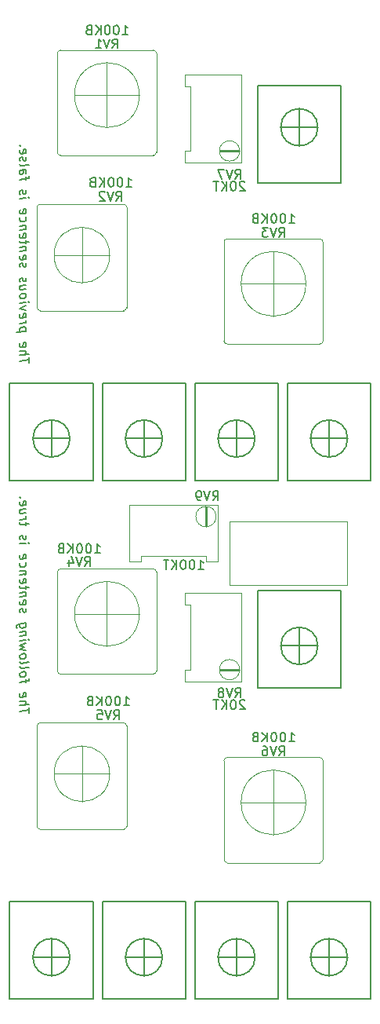
<source format=gbr>
G04 #@! TF.GenerationSoftware,KiCad,Pcbnew,(5.1.10)-1*
G04 #@! TF.CreationDate,2021-12-11T11:34:55-08:00*
G04 #@! TF.ProjectId,paradox,70617261-646f-4782-9e6b-696361645f70,rev?*
G04 #@! TF.SameCoordinates,Original*
G04 #@! TF.FileFunction,Legend,Bot*
G04 #@! TF.FilePolarity,Positive*
%FSLAX46Y46*%
G04 Gerber Fmt 4.6, Leading zero omitted, Abs format (unit mm)*
G04 Created by KiCad (PCBNEW (5.1.10)-1) date 2021-12-11 11:34:55*
%MOMM*%
%LPD*%
G01*
G04 APERTURE LIST*
%ADD10C,0.180000*%
%ADD11C,0.120000*%
%ADD12C,0.250000*%
%ADD13C,0.150000*%
G04 APERTURE END LIST*
D10*
X-36409380Y32861482D02*
X-36409380Y33432910D01*
X-37409380Y33022196D02*
X-36409380Y33147196D01*
X-37409380Y33641244D02*
X-36409380Y33766244D01*
X-37409380Y34069815D02*
X-36885571Y34135291D01*
X-36790333Y34099577D01*
X-36742714Y34010291D01*
X-36742714Y33867434D01*
X-36790333Y33766244D01*
X-36837952Y33712672D01*
X-37361761Y34932910D02*
X-37409380Y34831720D01*
X-37409380Y34641244D01*
X-37361761Y34551958D01*
X-37266523Y34516244D01*
X-36885571Y34563863D01*
X-36790333Y34623386D01*
X-36742714Y34724577D01*
X-36742714Y34915053D01*
X-36790333Y35004339D01*
X-36885571Y35040053D01*
X-36980809Y35028148D01*
X-37076047Y34540053D01*
X-36742714Y36105529D02*
X-36742714Y36486482D01*
X-37409380Y36165053D02*
X-36552238Y36272196D01*
X-36457000Y36331720D01*
X-36409380Y36432910D01*
X-36409380Y36528148D01*
X-37409380Y36879339D02*
X-37361761Y36790053D01*
X-37314142Y36748386D01*
X-37218904Y36712672D01*
X-36933190Y36748386D01*
X-36837952Y36807910D01*
X-36790333Y36861482D01*
X-36742714Y36962672D01*
X-36742714Y37105529D01*
X-36790333Y37194815D01*
X-36837952Y37236482D01*
X-36933190Y37272196D01*
X-37218904Y37236482D01*
X-37314142Y37176958D01*
X-37361761Y37123386D01*
X-37409380Y37022196D01*
X-37409380Y36879339D01*
X-37409380Y37784101D02*
X-37361761Y37694815D01*
X-37266523Y37659101D01*
X-36409380Y37766244D01*
X-37409380Y38307910D02*
X-37361761Y38218624D01*
X-37266523Y38182910D01*
X-36409380Y38290053D01*
X-37409380Y38831720D02*
X-37361761Y38742434D01*
X-37314142Y38700767D01*
X-37218904Y38665053D01*
X-36933190Y38700767D01*
X-36837952Y38760291D01*
X-36790333Y38813863D01*
X-36742714Y38915053D01*
X-36742714Y39057910D01*
X-36790333Y39147196D01*
X-36837952Y39188863D01*
X-36933190Y39224577D01*
X-37218904Y39188863D01*
X-37314142Y39129339D01*
X-37361761Y39075767D01*
X-37409380Y38974577D01*
X-37409380Y38831720D01*
X-36742714Y39581720D02*
X-37409380Y39688863D01*
X-36933190Y39938863D01*
X-37409380Y40069815D01*
X-36742714Y40343624D01*
X-37409380Y40641244D02*
X-36742714Y40724577D01*
X-36409380Y40766244D02*
X-36457000Y40712672D01*
X-36504619Y40754339D01*
X-36457000Y40807910D01*
X-36409380Y40766244D01*
X-36504619Y40754339D01*
X-36742714Y41200767D02*
X-37409380Y41117434D01*
X-36837952Y41188863D02*
X-36790333Y41242434D01*
X-36742714Y41343624D01*
X-36742714Y41486482D01*
X-36790333Y41575767D01*
X-36885571Y41611482D01*
X-37409380Y41546005D01*
X-36742714Y42534101D02*
X-37552238Y42432910D01*
X-37647476Y42373386D01*
X-37695095Y42319815D01*
X-37742714Y42218624D01*
X-37742714Y42075767D01*
X-37695095Y41986482D01*
X-37361761Y42456720D02*
X-37409380Y42355529D01*
X-37409380Y42165053D01*
X-37361761Y42075767D01*
X-37314142Y42034101D01*
X-37218904Y41998386D01*
X-36933190Y42034101D01*
X-36837952Y42093624D01*
X-36790333Y42147196D01*
X-36742714Y42248386D01*
X-36742714Y42438863D01*
X-36790333Y42528148D01*
X-37361761Y43647196D02*
X-37409380Y43736482D01*
X-37409380Y43926958D01*
X-37361761Y44028148D01*
X-37266523Y44087672D01*
X-37218904Y44093624D01*
X-37123666Y44057910D01*
X-37076047Y43968624D01*
X-37076047Y43825767D01*
X-37028428Y43736482D01*
X-36933190Y43700767D01*
X-36885571Y43706720D01*
X-36790333Y43766244D01*
X-36742714Y43867434D01*
X-36742714Y44010291D01*
X-36790333Y44099577D01*
X-37361761Y44885291D02*
X-37409380Y44784101D01*
X-37409380Y44593624D01*
X-37361761Y44504339D01*
X-37266523Y44468624D01*
X-36885571Y44516244D01*
X-36790333Y44575767D01*
X-36742714Y44676958D01*
X-36742714Y44867434D01*
X-36790333Y44956720D01*
X-36885571Y44992434D01*
X-36980809Y44980529D01*
X-37076047Y44492434D01*
X-36742714Y45438863D02*
X-37409380Y45355529D01*
X-36837952Y45426958D02*
X-36790333Y45480529D01*
X-36742714Y45581720D01*
X-36742714Y45724577D01*
X-36790333Y45813863D01*
X-36885571Y45849577D01*
X-37409380Y45784101D01*
X-36742714Y46200767D02*
X-36742714Y46581720D01*
X-36409380Y46385291D02*
X-37266523Y46278148D01*
X-37361761Y46313863D01*
X-37409380Y46403148D01*
X-37409380Y46498386D01*
X-37361761Y47218624D02*
X-37409380Y47117434D01*
X-37409380Y46926958D01*
X-37361761Y46837672D01*
X-37266523Y46801958D01*
X-36885571Y46849577D01*
X-36790333Y46909101D01*
X-36742714Y47010291D01*
X-36742714Y47200767D01*
X-36790333Y47290053D01*
X-36885571Y47325767D01*
X-36980809Y47313863D01*
X-37076047Y46825767D01*
X-36742714Y47772196D02*
X-37409380Y47688863D01*
X-36837952Y47760291D02*
X-36790333Y47813863D01*
X-36742714Y47915053D01*
X-36742714Y48057910D01*
X-36790333Y48147196D01*
X-36885571Y48182910D01*
X-37409380Y48117434D01*
X-37361761Y49028148D02*
X-37409380Y48926958D01*
X-37409380Y48736482D01*
X-37361761Y48647196D01*
X-37314142Y48605529D01*
X-37218904Y48569815D01*
X-36933190Y48605529D01*
X-36837952Y48665053D01*
X-36790333Y48718624D01*
X-36742714Y48819815D01*
X-36742714Y49010291D01*
X-36790333Y49099577D01*
X-37361761Y49837672D02*
X-37409380Y49736482D01*
X-37409380Y49546005D01*
X-37361761Y49456720D01*
X-37266523Y49421005D01*
X-36885571Y49468624D01*
X-36790333Y49528148D01*
X-36742714Y49629339D01*
X-36742714Y49819815D01*
X-36790333Y49909101D01*
X-36885571Y49944815D01*
X-36980809Y49932910D01*
X-37076047Y49444815D01*
X-37409380Y51069815D02*
X-36742714Y51153148D01*
X-36409380Y51194815D02*
X-36457000Y51141244D01*
X-36504619Y51182910D01*
X-36457000Y51236482D01*
X-36409380Y51194815D01*
X-36504619Y51182910D01*
X-37361761Y51504339D02*
X-37409380Y51593624D01*
X-37409380Y51784101D01*
X-37361761Y51885291D01*
X-37266523Y51944815D01*
X-37218904Y51950767D01*
X-37123666Y51915053D01*
X-37076047Y51825767D01*
X-37076047Y51682910D01*
X-37028428Y51593624D01*
X-36933190Y51557910D01*
X-36885571Y51563863D01*
X-36790333Y51623386D01*
X-36742714Y51724577D01*
X-36742714Y51867434D01*
X-36790333Y51956720D01*
X-36742714Y53057910D02*
X-36742714Y53438863D01*
X-36409380Y53242434D02*
X-37266523Y53135291D01*
X-37361761Y53171005D01*
X-37409380Y53260291D01*
X-37409380Y53355529D01*
X-37409380Y53688863D02*
X-36742714Y53772196D01*
X-36933190Y53748386D02*
X-36837952Y53807910D01*
X-36790333Y53861482D01*
X-36742714Y53962672D01*
X-36742714Y54057910D01*
X-36742714Y54819815D02*
X-37409380Y54736482D01*
X-36742714Y54391244D02*
X-37266523Y54325767D01*
X-37361761Y54361482D01*
X-37409380Y54450767D01*
X-37409380Y54593624D01*
X-37361761Y54694815D01*
X-37314142Y54748386D01*
X-37361761Y55599577D02*
X-37409380Y55498386D01*
X-37409380Y55307910D01*
X-37361761Y55218624D01*
X-37266523Y55182910D01*
X-36885571Y55230529D01*
X-36790333Y55290053D01*
X-36742714Y55391244D01*
X-36742714Y55581720D01*
X-36790333Y55671005D01*
X-36885571Y55706720D01*
X-36980809Y55694815D01*
X-37076047Y55206720D01*
X-37314142Y56081720D02*
X-37361761Y56123386D01*
X-37409380Y56069815D01*
X-37361761Y56028148D01*
X-37314142Y56081720D01*
X-37409380Y56069815D01*
X-36409380Y70612244D02*
X-36409380Y71183672D01*
X-37409380Y70772958D02*
X-36409380Y70897958D01*
X-37409380Y71392005D02*
X-36409380Y71517005D01*
X-37409380Y71820577D02*
X-36885571Y71886053D01*
X-36790333Y71850339D01*
X-36742714Y71761053D01*
X-36742714Y71618196D01*
X-36790333Y71517005D01*
X-36837952Y71463434D01*
X-37361761Y72683672D02*
X-37409380Y72582482D01*
X-37409380Y72392005D01*
X-37361761Y72302720D01*
X-37266523Y72267005D01*
X-36885571Y72314625D01*
X-36790333Y72374148D01*
X-36742714Y72475339D01*
X-36742714Y72665815D01*
X-36790333Y72755101D01*
X-36885571Y72790815D01*
X-36980809Y72778910D01*
X-37076047Y72290815D01*
X-36742714Y73999148D02*
X-37742714Y73874148D01*
X-36790333Y73993196D02*
X-36742714Y74094386D01*
X-36742714Y74284863D01*
X-36790333Y74374148D01*
X-36837952Y74415815D01*
X-36933190Y74451529D01*
X-37218904Y74415815D01*
X-37314142Y74356291D01*
X-37361761Y74302720D01*
X-37409380Y74201529D01*
X-37409380Y74011053D01*
X-37361761Y73921767D01*
X-37409380Y74820577D02*
X-36742714Y74903910D01*
X-36933190Y74880101D02*
X-36837952Y74939625D01*
X-36790333Y74993196D01*
X-36742714Y75094386D01*
X-36742714Y75189625D01*
X-37361761Y75826529D02*
X-37409380Y75725339D01*
X-37409380Y75534863D01*
X-37361761Y75445577D01*
X-37266523Y75409863D01*
X-36885571Y75457482D01*
X-36790333Y75517005D01*
X-36742714Y75618196D01*
X-36742714Y75808672D01*
X-36790333Y75897958D01*
X-36885571Y75933672D01*
X-36980809Y75921767D01*
X-37076047Y75433672D01*
X-36742714Y76284863D02*
X-37409380Y76439625D01*
X-36742714Y76761053D01*
X-37409380Y77058672D02*
X-36742714Y77142005D01*
X-36409380Y77183672D02*
X-36457000Y77130101D01*
X-36504619Y77171767D01*
X-36457000Y77225339D01*
X-36409380Y77183672D01*
X-36504619Y77171767D01*
X-37409380Y77677720D02*
X-37361761Y77588434D01*
X-37314142Y77546767D01*
X-37218904Y77511053D01*
X-36933190Y77546767D01*
X-36837952Y77606291D01*
X-36790333Y77659863D01*
X-36742714Y77761053D01*
X-36742714Y77903910D01*
X-36790333Y77993196D01*
X-36837952Y78034863D01*
X-36933190Y78070577D01*
X-37218904Y78034863D01*
X-37314142Y77975339D01*
X-37361761Y77921767D01*
X-37409380Y77820577D01*
X-37409380Y77677720D01*
X-36742714Y78951529D02*
X-37409380Y78868196D01*
X-36742714Y78522958D02*
X-37266523Y78457482D01*
X-37361761Y78493196D01*
X-37409380Y78582482D01*
X-37409380Y78725339D01*
X-37361761Y78826529D01*
X-37314142Y78880101D01*
X-37361761Y79302720D02*
X-37409380Y79392005D01*
X-37409380Y79582482D01*
X-37361761Y79683672D01*
X-37266523Y79743196D01*
X-37218904Y79749148D01*
X-37123666Y79713434D01*
X-37076047Y79624148D01*
X-37076047Y79481291D01*
X-37028428Y79392005D01*
X-36933190Y79356291D01*
X-36885571Y79362244D01*
X-36790333Y79421767D01*
X-36742714Y79522958D01*
X-36742714Y79665815D01*
X-36790333Y79755101D01*
X-37361761Y80874148D02*
X-37409380Y80963434D01*
X-37409380Y81153910D01*
X-37361761Y81255101D01*
X-37266523Y81314625D01*
X-37218904Y81320577D01*
X-37123666Y81284863D01*
X-37076047Y81195577D01*
X-37076047Y81052720D01*
X-37028428Y80963434D01*
X-36933190Y80927720D01*
X-36885571Y80933672D01*
X-36790333Y80993196D01*
X-36742714Y81094386D01*
X-36742714Y81237244D01*
X-36790333Y81326529D01*
X-37361761Y82112244D02*
X-37409380Y82011053D01*
X-37409380Y81820577D01*
X-37361761Y81731291D01*
X-37266523Y81695577D01*
X-36885571Y81743196D01*
X-36790333Y81802720D01*
X-36742714Y81903910D01*
X-36742714Y82094386D01*
X-36790333Y82183672D01*
X-36885571Y82219386D01*
X-36980809Y82207482D01*
X-37076047Y81719386D01*
X-36742714Y82665815D02*
X-37409380Y82582482D01*
X-36837952Y82653910D02*
X-36790333Y82707482D01*
X-36742714Y82808672D01*
X-36742714Y82951529D01*
X-36790333Y83040815D01*
X-36885571Y83076529D01*
X-37409380Y83011053D01*
X-36742714Y83427720D02*
X-36742714Y83808672D01*
X-36409380Y83612244D02*
X-37266523Y83505101D01*
X-37361761Y83540815D01*
X-37409380Y83630101D01*
X-37409380Y83725339D01*
X-37361761Y84445577D02*
X-37409380Y84344386D01*
X-37409380Y84153910D01*
X-37361761Y84064625D01*
X-37266523Y84028910D01*
X-36885571Y84076529D01*
X-36790333Y84136053D01*
X-36742714Y84237244D01*
X-36742714Y84427720D01*
X-36790333Y84517005D01*
X-36885571Y84552720D01*
X-36980809Y84540815D01*
X-37076047Y84052720D01*
X-36742714Y84999148D02*
X-37409380Y84915815D01*
X-36837952Y84987244D02*
X-36790333Y85040815D01*
X-36742714Y85142005D01*
X-36742714Y85284863D01*
X-36790333Y85374148D01*
X-36885571Y85409863D01*
X-37409380Y85344386D01*
X-37361761Y86255101D02*
X-37409380Y86153910D01*
X-37409380Y85963434D01*
X-37361761Y85874148D01*
X-37314142Y85832482D01*
X-37218904Y85796767D01*
X-36933190Y85832482D01*
X-36837952Y85892005D01*
X-36790333Y85945577D01*
X-36742714Y86046767D01*
X-36742714Y86237244D01*
X-36790333Y86326529D01*
X-37361761Y87064625D02*
X-37409380Y86963434D01*
X-37409380Y86772958D01*
X-37361761Y86683672D01*
X-37266523Y86647958D01*
X-36885571Y86695577D01*
X-36790333Y86755101D01*
X-36742714Y86856291D01*
X-36742714Y87046767D01*
X-36790333Y87136053D01*
X-36885571Y87171767D01*
X-36980809Y87159863D01*
X-37076047Y86671767D01*
X-37409380Y88296767D02*
X-36742714Y88380101D01*
X-36409380Y88421767D02*
X-36457000Y88368196D01*
X-36504619Y88409863D01*
X-36457000Y88463434D01*
X-36409380Y88421767D01*
X-36504619Y88409863D01*
X-37361761Y88731291D02*
X-37409380Y88820577D01*
X-37409380Y89011053D01*
X-37361761Y89112244D01*
X-37266523Y89171767D01*
X-37218904Y89177720D01*
X-37123666Y89142005D01*
X-37076047Y89052720D01*
X-37076047Y88909863D01*
X-37028428Y88820577D01*
X-36933190Y88784863D01*
X-36885571Y88790815D01*
X-36790333Y88850339D01*
X-36742714Y88951529D01*
X-36742714Y89094386D01*
X-36790333Y89183672D01*
X-36742714Y90284863D02*
X-36742714Y90665815D01*
X-37409380Y90344386D02*
X-36552238Y90451529D01*
X-36457000Y90511053D01*
X-36409380Y90612244D01*
X-36409380Y90707482D01*
X-37409380Y91344386D02*
X-36885571Y91409863D01*
X-36790333Y91374148D01*
X-36742714Y91284863D01*
X-36742714Y91094386D01*
X-36790333Y90993196D01*
X-37361761Y91350339D02*
X-37409380Y91249148D01*
X-37409380Y91011053D01*
X-37361761Y90921767D01*
X-37266523Y90886053D01*
X-37171285Y90897958D01*
X-37076047Y90957482D01*
X-37028428Y91058672D01*
X-37028428Y91296767D01*
X-36980809Y91397958D01*
X-37409380Y91963434D02*
X-37361761Y91874148D01*
X-37266523Y91838434D01*
X-36409380Y91945577D01*
X-37361761Y92302720D02*
X-37409380Y92392005D01*
X-37409380Y92582482D01*
X-37361761Y92683672D01*
X-37266523Y92743196D01*
X-37218904Y92749148D01*
X-37123666Y92713434D01*
X-37076047Y92624148D01*
X-37076047Y92481291D01*
X-37028428Y92392005D01*
X-36933190Y92356291D01*
X-36885571Y92362244D01*
X-36790333Y92421767D01*
X-36742714Y92522958D01*
X-36742714Y92665815D01*
X-36790333Y92755101D01*
X-37361761Y93540815D02*
X-37409380Y93439625D01*
X-37409380Y93249148D01*
X-37361761Y93159863D01*
X-37266523Y93124148D01*
X-36885571Y93171767D01*
X-36790333Y93231291D01*
X-36742714Y93332482D01*
X-36742714Y93522958D01*
X-36790333Y93612244D01*
X-36885571Y93647958D01*
X-36980809Y93636053D01*
X-37076047Y93147958D01*
X-37314142Y94022958D02*
X-37361761Y94064625D01*
X-37409380Y94011053D01*
X-37361761Y93969386D01*
X-37314142Y94022958D01*
X-37409380Y94011053D01*
D11*
G04 #@! TO.C,RV9*
X-16029001Y55275000D02*
X-25559001Y55275000D01*
X-16029001Y55275000D02*
X-16029001Y49175000D01*
X-16204001Y54005000D02*
G75*
G03*
X-16204001Y54005000I-1095000J0D01*
G01*
X-25559001Y55275000D02*
X-25559001Y49175000D01*
D12*
X-17299001Y55005000D02*
X-17299001Y53005000D01*
D11*
X-24299001Y49755000D02*
X-17289001Y49755000D01*
X-24299001Y49755000D02*
X-24299001Y49175000D01*
X-17289001Y49755000D02*
X-17289001Y49175000D01*
X-25559001Y49175000D02*
X-24299001Y49175000D01*
X-17289001Y49175000D02*
X-16029001Y49175000D01*
G04 #@! TO.C,RV8*
X-19580000Y37490000D02*
X-19580000Y36230000D01*
X-19580000Y45760000D02*
X-19580000Y44500000D01*
X-19000000Y37490000D02*
X-19580000Y37490000D01*
X-19000000Y44500000D02*
X-19580000Y44500000D01*
X-19000000Y44500000D02*
X-19000000Y37490000D01*
D12*
X-13750000Y37500000D02*
X-15750000Y37500000D01*
D11*
X-13480000Y45760000D02*
X-19580000Y45760000D01*
X-13655000Y37500000D02*
G75*
G03*
X-13655000Y37500000I-1095000J0D01*
G01*
X-13480000Y36230000D02*
X-19580000Y36230000D01*
X-13480000Y36230000D02*
X-13480000Y45760000D01*
G04 #@! TO.C,RV7*
X-19580000Y93409000D02*
X-19580000Y92149000D01*
X-19580000Y101679000D02*
X-19580000Y100419000D01*
X-19000000Y93409000D02*
X-19580000Y93409000D01*
X-19000000Y100419000D02*
X-19580000Y100419000D01*
X-19000000Y100419000D02*
X-19000000Y93409000D01*
D12*
X-13750000Y93419000D02*
X-15750000Y93419000D01*
D11*
X-13480000Y101679000D02*
X-19580000Y101679000D01*
X-13655000Y93419000D02*
G75*
G03*
X-13655000Y93419000I-1095000J0D01*
G01*
X-13480000Y92149000D02*
X-19580000Y92149000D01*
X-13480000Y92149000D02*
X-13480000Y101679000D01*
G04 #@! TO.C,RV2*
X-33705000Y82199000D02*
X-27705000Y82199000D01*
X-30705000Y85199000D02*
X-30705000Y79199000D01*
X-27705000Y82199000D02*
G75*
G03*
X-27705000Y82199000I-3000000J0D01*
G01*
X-35205000Y76199000D02*
X-26205000Y76199000D01*
X-26205000Y87699000D02*
X-35205000Y87699000D01*
X-35555000Y87349000D02*
X-35555000Y76549000D01*
X-25855000Y76549000D02*
X-25855000Y87349000D01*
X-35555000Y76549000D02*
G75*
G03*
X-35205000Y76199000I350000J0D01*
G01*
X-26205000Y76199000D02*
G75*
G03*
X-25855000Y76549000I0J350000D01*
G01*
X-25855000Y87349000D02*
G75*
G03*
X-26205000Y87699000I-350000J0D01*
G01*
X-35205000Y87699000D02*
G75*
G03*
X-35555000Y87349000I0J-350000D01*
G01*
G04 #@! TO.C,RV5*
X-33705000Y26280000D02*
X-27705000Y26280000D01*
X-30705000Y29280000D02*
X-30705000Y23280000D01*
X-27705000Y26280000D02*
G75*
G03*
X-27705000Y26280000I-3000000J0D01*
G01*
X-35205000Y20280000D02*
X-26205000Y20280000D01*
X-26205000Y31780000D02*
X-35205000Y31780000D01*
X-35555000Y31430000D02*
X-35555000Y20630000D01*
X-25855000Y20630000D02*
X-25855000Y31430000D01*
X-35555000Y20630000D02*
G75*
G03*
X-35205000Y20280000I350000J0D01*
G01*
X-26205000Y20280000D02*
G75*
G03*
X-25855000Y20630000I0J350000D01*
G01*
X-25855000Y31430000D02*
G75*
G03*
X-26205000Y31780000I-350000J0D01*
G01*
X-35205000Y31780000D02*
G75*
G03*
X-35555000Y31430000I0J-350000D01*
G01*
D13*
G04 #@! TO.C,J8*
X-36000000Y6500001D02*
X-32000000Y6500001D01*
X-34000000Y4500001D02*
X-34000000Y8500001D01*
X-32000000Y6500001D02*
G75*
G03*
X-32000000Y6500001I-2000000J0D01*
G01*
X-38500000Y12500001D02*
X-38500000Y2000001D01*
X-38500000Y2000001D02*
X-29500000Y2000001D01*
X-29500000Y2000001D02*
X-29500000Y12500001D01*
X-38500000Y12500001D02*
X-29500000Y12500001D01*
G04 #@! TO.C,J5*
X-6000000Y6500000D02*
X-2000000Y6500000D01*
X-4000000Y4500000D02*
X-4000000Y8500000D01*
X-2000000Y6500000D02*
G75*
G03*
X-2000000Y6500000I-2000000J0D01*
G01*
X-8500000Y12500000D02*
X-8500000Y2000000D01*
X-8500000Y2000000D02*
X500000Y2000000D01*
X500000Y2000000D02*
X500000Y12500000D01*
X-8500000Y12500000D02*
X500000Y12500000D01*
G04 #@! TO.C,J4*
X-9214000Y40064000D02*
X-5214000Y40064000D01*
X-7214000Y38064000D02*
X-7214000Y42064000D01*
X-5214000Y40064000D02*
G75*
G03*
X-5214000Y40064000I-2000000J0D01*
G01*
X-11714000Y46064000D02*
X-11714000Y35564000D01*
X-11714000Y35564000D02*
X-2714000Y35564000D01*
X-2714000Y35564000D02*
X-2714000Y46064000D01*
X-11714000Y46064000D02*
X-2714000Y46064000D01*
G04 #@! TO.C,J3*
X-16000000Y62419000D02*
X-12000000Y62419000D01*
X-14000000Y60419000D02*
X-14000000Y64419000D01*
X-12000000Y62419000D02*
G75*
G03*
X-12000000Y62419000I-2000000J0D01*
G01*
X-18500000Y68419000D02*
X-18500000Y57919000D01*
X-18500000Y57919000D02*
X-9500000Y57919000D01*
X-9500000Y57919000D02*
X-9500000Y68419000D01*
X-18500000Y68419000D02*
X-9500000Y68419000D01*
G04 #@! TO.C,J2*
X-6000000Y62419000D02*
X-2000000Y62419000D01*
X-4000000Y60419000D02*
X-4000000Y64419000D01*
X-2000000Y62419000D02*
G75*
G03*
X-2000000Y62419000I-2000000J0D01*
G01*
X-8500000Y68419000D02*
X-8500000Y57919000D01*
X-8500000Y57919000D02*
X500000Y57919000D01*
X500000Y57919000D02*
X500000Y68419000D01*
X-8500000Y68419000D02*
X500000Y68419000D01*
G04 #@! TO.C,J1*
X-5214000Y95983000D02*
X-9214000Y95983000D01*
X-7214000Y97983000D02*
X-7214000Y93983000D01*
X-5214000Y95983000D02*
G75*
G03*
X-5214000Y95983000I-2000000J0D01*
G01*
X-2714000Y89983000D02*
X-2714000Y100483000D01*
X-2714000Y100483000D02*
X-11714000Y100483000D01*
X-11714000Y100483000D02*
X-11714000Y89983000D01*
X-2714000Y89983000D02*
X-11714000Y89983000D01*
G04 #@! TO.C,J11*
X-36000000Y62419000D02*
X-32000000Y62419000D01*
X-34000000Y60419000D02*
X-34000000Y64419000D01*
X-32000000Y62419000D02*
G75*
G03*
X-32000000Y62419000I-2000000J0D01*
G01*
X-38500000Y68419000D02*
X-38500000Y57919000D01*
X-38500000Y57919000D02*
X-29500000Y57919000D01*
X-29500000Y57919000D02*
X-29500000Y68419000D01*
X-38500000Y68419000D02*
X-29500000Y68419000D01*
G04 #@! TO.C,J10*
X-16000000Y6500000D02*
X-12000000Y6500000D01*
X-14000000Y4500000D02*
X-14000000Y8500000D01*
X-12000000Y6500000D02*
G75*
G03*
X-12000000Y6500000I-2000000J0D01*
G01*
X-18500000Y12500000D02*
X-18500000Y2000000D01*
X-18500000Y2000000D02*
X-9500000Y2000000D01*
X-9500000Y2000000D02*
X-9500000Y12500000D01*
X-18500000Y12500000D02*
X-9500000Y12500000D01*
G04 #@! TO.C,J9*
X-26000000Y6500000D02*
X-22000000Y6500000D01*
X-24000000Y4500000D02*
X-24000000Y8500000D01*
X-22000000Y6500000D02*
G75*
G03*
X-22000000Y6500000I-2000000J0D01*
G01*
X-28500000Y12500000D02*
X-28500000Y2000000D01*
X-28500000Y2000000D02*
X-19500000Y2000000D01*
X-19500000Y2000000D02*
X-19500000Y12500000D01*
X-28500000Y12500000D02*
X-19500000Y12500000D01*
G04 #@! TO.C,J7*
X-26000000Y62419000D02*
X-22000000Y62419000D01*
X-24000000Y60419000D02*
X-24000000Y64419000D01*
X-22000000Y62419000D02*
G75*
G03*
X-22000000Y62419000I-2000000J0D01*
G01*
X-28500000Y68419000D02*
X-28500000Y57919000D01*
X-28500000Y57919000D02*
X-19500000Y57919000D01*
X-19500000Y57919000D02*
X-19500000Y68419000D01*
X-28500000Y68419000D02*
X-19500000Y68419000D01*
D11*
G04 #@! TO.C,SW1*
X-14749000Y46589000D02*
X-14749000Y53449000D01*
X-2049000Y46589000D02*
X-2049000Y53449000D01*
X-2049000Y53449000D02*
X-14749000Y53449000D01*
X-14749000Y46589000D02*
X-2049000Y46589000D01*
G04 #@! TO.C,RV6*
X-4650000Y27691000D02*
X-4650000Y17041000D01*
X-15350000Y27691000D02*
X-15346482Y16991503D01*
X-5000000Y16691000D02*
X-15000000Y16691000D01*
X-5000000Y28041000D02*
X-15000000Y28041000D01*
X-6500000Y23191000D02*
X-13500000Y23191000D01*
X-10000000Y26691000D02*
X-10000000Y19691000D01*
X-6500000Y23191000D02*
G75*
G03*
X-6500000Y23191000I-3500000J0D01*
G01*
X-15346482Y16991503D02*
G75*
G03*
X-15000000Y16691000I346482J49497D01*
G01*
X-5000000Y16691000D02*
G75*
G03*
X-4650000Y17041000I0J350000D01*
G01*
X-4650000Y27691000D02*
G75*
G03*
X-5000000Y28041000I-350000J0D01*
G01*
X-15000000Y28041000D02*
G75*
G03*
X-15350000Y27691000I0J-350000D01*
G01*
G04 #@! TO.C,RV4*
X-22650000Y48028000D02*
X-22650000Y37378000D01*
X-33350000Y48028000D02*
X-33346482Y37328503D01*
X-23000000Y37028000D02*
X-33000000Y37028000D01*
X-23000000Y48378000D02*
X-33000000Y48378000D01*
X-24500000Y43528000D02*
X-31500000Y43528000D01*
X-28000000Y47028000D02*
X-28000000Y40028000D01*
X-24500000Y43528000D02*
G75*
G03*
X-24500000Y43528000I-3500000J0D01*
G01*
X-33346482Y37328503D02*
G75*
G03*
X-33000000Y37028000I346482J49497D01*
G01*
X-23000000Y37028000D02*
G75*
G03*
X-22650000Y37378000I0J350000D01*
G01*
X-22650000Y48028000D02*
G75*
G03*
X-23000000Y48378000I-350000J0D01*
G01*
X-33000000Y48378000D02*
G75*
G03*
X-33350000Y48028000I0J-350000D01*
G01*
G04 #@! TO.C,RV3*
X-4650000Y83609000D02*
X-4650000Y72959000D01*
X-15350000Y83609000D02*
X-15346482Y72909503D01*
X-5000000Y72609000D02*
X-15000000Y72609000D01*
X-5000000Y83959000D02*
X-15000000Y83959000D01*
X-6500000Y79109000D02*
X-13500000Y79109000D01*
X-10000000Y82609000D02*
X-10000000Y75609000D01*
X-6500000Y79109000D02*
G75*
G03*
X-6500000Y79109000I-3500000J0D01*
G01*
X-15346482Y72909503D02*
G75*
G03*
X-15000000Y72609000I346482J49497D01*
G01*
X-5000000Y72609000D02*
G75*
G03*
X-4650000Y72959000I0J350000D01*
G01*
X-4650000Y83609000D02*
G75*
G03*
X-5000000Y83959000I-350000J0D01*
G01*
X-15000000Y83959000D02*
G75*
G03*
X-15350000Y83609000I0J-350000D01*
G01*
G04 #@! TO.C,RV1*
X-22650000Y103947000D02*
X-22650000Y93297000D01*
X-33350000Y103947000D02*
X-33346482Y93247503D01*
X-23000000Y92947000D02*
X-33000000Y92947000D01*
X-23000000Y104297000D02*
X-33000000Y104297000D01*
X-24500000Y99447000D02*
X-31500000Y99447000D01*
X-28000000Y102947000D02*
X-28000000Y95947000D01*
X-24500000Y99447000D02*
G75*
G03*
X-24500000Y99447000I-3500000J0D01*
G01*
X-33346482Y93247503D02*
G75*
G03*
X-33000000Y92947000I346482J49497D01*
G01*
X-23000000Y92947000D02*
G75*
G03*
X-22650000Y93297000I0J350000D01*
G01*
X-22650000Y103947000D02*
G75*
G03*
X-23000000Y104297000I-350000J0D01*
G01*
X-33000000Y104297000D02*
G75*
G03*
X-33350000Y103947000I0J-350000D01*
G01*
G04 #@! TO.C,RV9*
D13*
X-16549761Y55745119D02*
X-16216428Y56221309D01*
X-15978333Y55745119D02*
X-15978333Y56745119D01*
X-16359285Y56745119D01*
X-16454523Y56697500D01*
X-16502142Y56649880D01*
X-16549761Y56554642D01*
X-16549761Y56411785D01*
X-16502142Y56316547D01*
X-16454523Y56268928D01*
X-16359285Y56221309D01*
X-15978333Y56221309D01*
X-16835476Y56745119D02*
X-17168809Y55745119D01*
X-17502142Y56745119D01*
X-17883095Y55745119D02*
X-18073571Y55745119D01*
X-18168809Y55792738D01*
X-18216428Y55840357D01*
X-18311666Y55983214D01*
X-18359285Y56173690D01*
X-18359285Y56554642D01*
X-18311666Y56649880D01*
X-18264047Y56697500D01*
X-18168809Y56745119D01*
X-17978333Y56745119D01*
X-17883095Y56697500D01*
X-17835476Y56649880D01*
X-17787857Y56554642D01*
X-17787857Y56316547D01*
X-17835476Y56221309D01*
X-17883095Y56173690D01*
X-17978333Y56126071D01*
X-18168809Y56126071D01*
X-18264047Y56173690D01*
X-18311666Y56221309D01*
X-18359285Y56316547D01*
X-18137380Y48315619D02*
X-17565952Y48315619D01*
X-17851666Y48315619D02*
X-17851666Y49315619D01*
X-17756428Y49172761D01*
X-17661190Y49077523D01*
X-17565952Y49029904D01*
X-18756428Y49315619D02*
X-18851666Y49315619D01*
X-18946904Y49268000D01*
X-18994523Y49220380D01*
X-19042142Y49125142D01*
X-19089761Y48934666D01*
X-19089761Y48696571D01*
X-19042142Y48506095D01*
X-18994523Y48410857D01*
X-18946904Y48363238D01*
X-18851666Y48315619D01*
X-18756428Y48315619D01*
X-18661190Y48363238D01*
X-18613571Y48410857D01*
X-18565952Y48506095D01*
X-18518333Y48696571D01*
X-18518333Y48934666D01*
X-18565952Y49125142D01*
X-18613571Y49220380D01*
X-18661190Y49268000D01*
X-18756428Y49315619D01*
X-19708809Y49315619D02*
X-19804047Y49315619D01*
X-19899285Y49268000D01*
X-19946904Y49220380D01*
X-19994523Y49125142D01*
X-20042142Y48934666D01*
X-20042142Y48696571D01*
X-19994523Y48506095D01*
X-19946904Y48410857D01*
X-19899285Y48363238D01*
X-19804047Y48315619D01*
X-19708809Y48315619D01*
X-19613571Y48363238D01*
X-19565952Y48410857D01*
X-19518333Y48506095D01*
X-19470714Y48696571D01*
X-19470714Y48934666D01*
X-19518333Y49125142D01*
X-19565952Y49220380D01*
X-19613571Y49268000D01*
X-19708809Y49315619D01*
X-20470714Y48315619D02*
X-20470714Y49315619D01*
X-21042142Y48315619D02*
X-20613571Y48887047D01*
X-21042142Y49315619D02*
X-20470714Y48744190D01*
X-21327857Y49315619D02*
X-21899285Y49315619D01*
X-21613571Y48315619D02*
X-21613571Y49315619D01*
G04 #@! TO.C,RV8*
X-14154761Y34507619D02*
X-13821428Y34983809D01*
X-13583333Y34507619D02*
X-13583333Y35507619D01*
X-13964285Y35507619D01*
X-14059523Y35460000D01*
X-14107142Y35412380D01*
X-14154761Y35317142D01*
X-14154761Y35174285D01*
X-14107142Y35079047D01*
X-14059523Y35031428D01*
X-13964285Y34983809D01*
X-13583333Y34983809D01*
X-14440476Y35507619D02*
X-14773809Y34507619D01*
X-15107142Y35507619D01*
X-15583333Y35079047D02*
X-15488095Y35126666D01*
X-15440476Y35174285D01*
X-15392857Y35269523D01*
X-15392857Y35317142D01*
X-15440476Y35412380D01*
X-15488095Y35460000D01*
X-15583333Y35507619D01*
X-15773809Y35507619D01*
X-15869047Y35460000D01*
X-15916666Y35412380D01*
X-15964285Y35317142D01*
X-15964285Y35269523D01*
X-15916666Y35174285D01*
X-15869047Y35126666D01*
X-15773809Y35079047D01*
X-15583333Y35079047D01*
X-15488095Y35031428D01*
X-15440476Y34983809D01*
X-15392857Y34888571D01*
X-15392857Y34698095D01*
X-15440476Y34602857D01*
X-15488095Y34555238D01*
X-15583333Y34507619D01*
X-15773809Y34507619D01*
X-15869047Y34555238D01*
X-15916666Y34602857D01*
X-15964285Y34698095D01*
X-15964285Y34888571D01*
X-15916666Y34983809D01*
X-15869047Y35031428D01*
X-15773809Y35079047D01*
X-13107142Y34142380D02*
X-13154761Y34190000D01*
X-13250000Y34237619D01*
X-13488095Y34237619D01*
X-13583333Y34190000D01*
X-13630952Y34142380D01*
X-13678571Y34047142D01*
X-13678571Y33951904D01*
X-13630952Y33809047D01*
X-13059523Y33237619D01*
X-13678571Y33237619D01*
X-14297619Y34237619D02*
X-14392857Y34237619D01*
X-14488095Y34190000D01*
X-14535714Y34142380D01*
X-14583333Y34047142D01*
X-14630952Y33856666D01*
X-14630952Y33618571D01*
X-14583333Y33428095D01*
X-14535714Y33332857D01*
X-14488095Y33285238D01*
X-14392857Y33237619D01*
X-14297619Y33237619D01*
X-14202380Y33285238D01*
X-14154761Y33332857D01*
X-14107142Y33428095D01*
X-14059523Y33618571D01*
X-14059523Y33856666D01*
X-14107142Y34047142D01*
X-14154761Y34142380D01*
X-14202380Y34190000D01*
X-14297619Y34237619D01*
X-15059523Y33237619D02*
X-15059523Y34237619D01*
X-15630952Y33237619D02*
X-15202380Y33809047D01*
X-15630952Y34237619D02*
X-15059523Y33666190D01*
X-15916666Y34237619D02*
X-16488095Y34237619D01*
X-16202380Y33237619D02*
X-16202380Y34237619D01*
G04 #@! TO.C,RV7*
X-14154761Y90426619D02*
X-13821428Y90902809D01*
X-13583333Y90426619D02*
X-13583333Y91426619D01*
X-13964285Y91426619D01*
X-14059523Y91379000D01*
X-14107142Y91331380D01*
X-14154761Y91236142D01*
X-14154761Y91093285D01*
X-14107142Y90998047D01*
X-14059523Y90950428D01*
X-13964285Y90902809D01*
X-13583333Y90902809D01*
X-14440476Y91426619D02*
X-14773809Y90426619D01*
X-15107142Y91426619D01*
X-15345238Y91426619D02*
X-16011904Y91426619D01*
X-15583333Y90426619D01*
X-13107142Y90061380D02*
X-13154761Y90109000D01*
X-13250000Y90156619D01*
X-13488095Y90156619D01*
X-13583333Y90109000D01*
X-13630952Y90061380D01*
X-13678571Y89966142D01*
X-13678571Y89870904D01*
X-13630952Y89728047D01*
X-13059523Y89156619D01*
X-13678571Y89156619D01*
X-14297619Y90156619D02*
X-14392857Y90156619D01*
X-14488095Y90109000D01*
X-14535714Y90061380D01*
X-14583333Y89966142D01*
X-14630952Y89775666D01*
X-14630952Y89537571D01*
X-14583333Y89347095D01*
X-14535714Y89251857D01*
X-14488095Y89204238D01*
X-14392857Y89156619D01*
X-14297619Y89156619D01*
X-14202380Y89204238D01*
X-14154761Y89251857D01*
X-14107142Y89347095D01*
X-14059523Y89537571D01*
X-14059523Y89775666D01*
X-14107142Y89966142D01*
X-14154761Y90061380D01*
X-14202380Y90109000D01*
X-14297619Y90156619D01*
X-15059523Y89156619D02*
X-15059523Y90156619D01*
X-15630952Y89156619D02*
X-15202380Y89728047D01*
X-15630952Y90156619D02*
X-15059523Y89585190D01*
X-15916666Y90156619D02*
X-16488095Y90156619D01*
X-16202380Y89156619D02*
X-16202380Y90156619D01*
G04 #@! TO.C,RV2*
X-26998261Y88060119D02*
X-26664928Y88536309D01*
X-26426833Y88060119D02*
X-26426833Y89060119D01*
X-26807785Y89060119D01*
X-26903023Y89012500D01*
X-26950642Y88964880D01*
X-26998261Y88869642D01*
X-26998261Y88726785D01*
X-26950642Y88631547D01*
X-26903023Y88583928D01*
X-26807785Y88536309D01*
X-26426833Y88536309D01*
X-27283976Y89060119D02*
X-27617309Y88060119D01*
X-27950642Y89060119D01*
X-28236357Y88964880D02*
X-28283976Y89012500D01*
X-28379214Y89060119D01*
X-28617309Y89060119D01*
X-28712547Y89012500D01*
X-28760166Y88964880D01*
X-28807785Y88869642D01*
X-28807785Y88774404D01*
X-28760166Y88631547D01*
X-28188738Y88060119D01*
X-28807785Y88060119D01*
X-25926833Y89560119D02*
X-25355404Y89560119D01*
X-25641119Y89560119D02*
X-25641119Y90560119D01*
X-25545880Y90417261D01*
X-25450642Y90322023D01*
X-25355404Y90274404D01*
X-26545880Y90560119D02*
X-26641119Y90560119D01*
X-26736357Y90512500D01*
X-26783976Y90464880D01*
X-26831595Y90369642D01*
X-26879214Y90179166D01*
X-26879214Y89941071D01*
X-26831595Y89750595D01*
X-26783976Y89655357D01*
X-26736357Y89607738D01*
X-26641119Y89560119D01*
X-26545880Y89560119D01*
X-26450642Y89607738D01*
X-26403023Y89655357D01*
X-26355404Y89750595D01*
X-26307785Y89941071D01*
X-26307785Y90179166D01*
X-26355404Y90369642D01*
X-26403023Y90464880D01*
X-26450642Y90512500D01*
X-26545880Y90560119D01*
X-27498261Y90560119D02*
X-27593500Y90560119D01*
X-27688738Y90512500D01*
X-27736357Y90464880D01*
X-27783976Y90369642D01*
X-27831595Y90179166D01*
X-27831595Y89941071D01*
X-27783976Y89750595D01*
X-27736357Y89655357D01*
X-27688738Y89607738D01*
X-27593500Y89560119D01*
X-27498261Y89560119D01*
X-27403023Y89607738D01*
X-27355404Y89655357D01*
X-27307785Y89750595D01*
X-27260166Y89941071D01*
X-27260166Y90179166D01*
X-27307785Y90369642D01*
X-27355404Y90464880D01*
X-27403023Y90512500D01*
X-27498261Y90560119D01*
X-28260166Y89560119D02*
X-28260166Y90560119D01*
X-28831595Y89560119D02*
X-28403023Y90131547D01*
X-28831595Y90560119D02*
X-28260166Y89988690D01*
X-29593500Y90083928D02*
X-29736357Y90036309D01*
X-29783976Y89988690D01*
X-29831595Y89893452D01*
X-29831595Y89750595D01*
X-29783976Y89655357D01*
X-29736357Y89607738D01*
X-29641119Y89560119D01*
X-29260166Y89560119D01*
X-29260166Y90560119D01*
X-29593500Y90560119D01*
X-29688738Y90512500D01*
X-29736357Y90464880D01*
X-29783976Y90369642D01*
X-29783976Y90274404D01*
X-29736357Y90179166D01*
X-29688738Y90131547D01*
X-29593500Y90083928D01*
X-29260166Y90083928D01*
G04 #@! TO.C,RV5*
X-27264961Y32128419D02*
X-26931628Y32604609D01*
X-26693533Y32128419D02*
X-26693533Y33128419D01*
X-27074485Y33128419D01*
X-27169723Y33080800D01*
X-27217342Y33033180D01*
X-27264961Y32937942D01*
X-27264961Y32795085D01*
X-27217342Y32699847D01*
X-27169723Y32652228D01*
X-27074485Y32604609D01*
X-26693533Y32604609D01*
X-27550676Y33128419D02*
X-27884009Y32128419D01*
X-28217342Y33128419D01*
X-29026866Y33128419D02*
X-28550676Y33128419D01*
X-28503057Y32652228D01*
X-28550676Y32699847D01*
X-28645914Y32747466D01*
X-28884009Y32747466D01*
X-28979247Y32699847D01*
X-29026866Y32652228D01*
X-29074485Y32556990D01*
X-29074485Y32318895D01*
X-29026866Y32223657D01*
X-28979247Y32176038D01*
X-28884009Y32128419D01*
X-28645914Y32128419D01*
X-28550676Y32176038D01*
X-28503057Y32223657D01*
X-26193533Y33628419D02*
X-25622104Y33628419D01*
X-25907819Y33628419D02*
X-25907819Y34628419D01*
X-25812580Y34485561D01*
X-25717342Y34390323D01*
X-25622104Y34342704D01*
X-26812580Y34628419D02*
X-26907819Y34628419D01*
X-27003057Y34580800D01*
X-27050676Y34533180D01*
X-27098295Y34437942D01*
X-27145914Y34247466D01*
X-27145914Y34009371D01*
X-27098295Y33818895D01*
X-27050676Y33723657D01*
X-27003057Y33676038D01*
X-26907819Y33628419D01*
X-26812580Y33628419D01*
X-26717342Y33676038D01*
X-26669723Y33723657D01*
X-26622104Y33818895D01*
X-26574485Y34009371D01*
X-26574485Y34247466D01*
X-26622104Y34437942D01*
X-26669723Y34533180D01*
X-26717342Y34580800D01*
X-26812580Y34628419D01*
X-27764961Y34628419D02*
X-27860200Y34628419D01*
X-27955438Y34580800D01*
X-28003057Y34533180D01*
X-28050676Y34437942D01*
X-28098295Y34247466D01*
X-28098295Y34009371D01*
X-28050676Y33818895D01*
X-28003057Y33723657D01*
X-27955438Y33676038D01*
X-27860200Y33628419D01*
X-27764961Y33628419D01*
X-27669723Y33676038D01*
X-27622104Y33723657D01*
X-27574485Y33818895D01*
X-27526866Y34009371D01*
X-27526866Y34247466D01*
X-27574485Y34437942D01*
X-27622104Y34533180D01*
X-27669723Y34580800D01*
X-27764961Y34628419D01*
X-28526866Y33628419D02*
X-28526866Y34628419D01*
X-29098295Y33628419D02*
X-28669723Y34199847D01*
X-29098295Y34628419D02*
X-28526866Y34056990D01*
X-29860200Y34152228D02*
X-30003057Y34104609D01*
X-30050676Y34056990D01*
X-30098295Y33961752D01*
X-30098295Y33818895D01*
X-30050676Y33723657D01*
X-30003057Y33676038D01*
X-29907819Y33628419D01*
X-29526866Y33628419D01*
X-29526866Y34628419D01*
X-29860200Y34628419D01*
X-29955438Y34580800D01*
X-30003057Y34533180D01*
X-30050676Y34437942D01*
X-30050676Y34342704D01*
X-30003057Y34247466D01*
X-29955438Y34199847D01*
X-29860200Y34152228D01*
X-29526866Y34152228D01*
G04 #@! TO.C,RV6*
X-9404761Y28238619D02*
X-9071428Y28714809D01*
X-8833333Y28238619D02*
X-8833333Y29238619D01*
X-9214285Y29238619D01*
X-9309523Y29191000D01*
X-9357142Y29143380D01*
X-9404761Y29048142D01*
X-9404761Y28905285D01*
X-9357142Y28810047D01*
X-9309523Y28762428D01*
X-9214285Y28714809D01*
X-8833333Y28714809D01*
X-9690476Y29238619D02*
X-10023809Y28238619D01*
X-10357142Y29238619D01*
X-11119047Y29238619D02*
X-10928571Y29238619D01*
X-10833333Y29191000D01*
X-10785714Y29143380D01*
X-10690476Y29000523D01*
X-10642857Y28810047D01*
X-10642857Y28429095D01*
X-10690476Y28333857D01*
X-10738095Y28286238D01*
X-10833333Y28238619D01*
X-11023809Y28238619D01*
X-11119047Y28286238D01*
X-11166666Y28333857D01*
X-11214285Y28429095D01*
X-11214285Y28667190D01*
X-11166666Y28762428D01*
X-11119047Y28810047D01*
X-11023809Y28857666D01*
X-10833333Y28857666D01*
X-10738095Y28810047D01*
X-10690476Y28762428D01*
X-10642857Y28667190D01*
X-8333333Y29738619D02*
X-7761904Y29738619D01*
X-8047619Y29738619D02*
X-8047619Y30738619D01*
X-7952380Y30595761D01*
X-7857142Y30500523D01*
X-7761904Y30452904D01*
X-8952380Y30738619D02*
X-9047619Y30738619D01*
X-9142857Y30691000D01*
X-9190476Y30643380D01*
X-9238095Y30548142D01*
X-9285714Y30357666D01*
X-9285714Y30119571D01*
X-9238095Y29929095D01*
X-9190476Y29833857D01*
X-9142857Y29786238D01*
X-9047619Y29738619D01*
X-8952380Y29738619D01*
X-8857142Y29786238D01*
X-8809523Y29833857D01*
X-8761904Y29929095D01*
X-8714285Y30119571D01*
X-8714285Y30357666D01*
X-8761904Y30548142D01*
X-8809523Y30643380D01*
X-8857142Y30691000D01*
X-8952380Y30738619D01*
X-9904761Y30738619D02*
X-10000000Y30738619D01*
X-10095238Y30691000D01*
X-10142857Y30643380D01*
X-10190476Y30548142D01*
X-10238095Y30357666D01*
X-10238095Y30119571D01*
X-10190476Y29929095D01*
X-10142857Y29833857D01*
X-10095238Y29786238D01*
X-10000000Y29738619D01*
X-9904761Y29738619D01*
X-9809523Y29786238D01*
X-9761904Y29833857D01*
X-9714285Y29929095D01*
X-9666666Y30119571D01*
X-9666666Y30357666D01*
X-9714285Y30548142D01*
X-9761904Y30643380D01*
X-9809523Y30691000D01*
X-9904761Y30738619D01*
X-10666666Y29738619D02*
X-10666666Y30738619D01*
X-11238095Y29738619D02*
X-10809523Y30310047D01*
X-11238095Y30738619D02*
X-10666666Y30167190D01*
X-12000000Y30262428D02*
X-12142857Y30214809D01*
X-12190476Y30167190D01*
X-12238095Y30071952D01*
X-12238095Y29929095D01*
X-12190476Y29833857D01*
X-12142857Y29786238D01*
X-12047619Y29738619D01*
X-11666666Y29738619D01*
X-11666666Y30738619D01*
X-12000000Y30738619D01*
X-12095238Y30691000D01*
X-12142857Y30643380D01*
X-12190476Y30548142D01*
X-12190476Y30452904D01*
X-12142857Y30357666D01*
X-12095238Y30310047D01*
X-12000000Y30262428D01*
X-11666666Y30262428D01*
G04 #@! TO.C,RV4*
X-30398761Y48696619D02*
X-30065428Y49172809D01*
X-29827333Y48696619D02*
X-29827333Y49696619D01*
X-30208285Y49696619D01*
X-30303523Y49649000D01*
X-30351142Y49601380D01*
X-30398761Y49506142D01*
X-30398761Y49363285D01*
X-30351142Y49268047D01*
X-30303523Y49220428D01*
X-30208285Y49172809D01*
X-29827333Y49172809D01*
X-30684476Y49696619D02*
X-31017809Y48696619D01*
X-31351142Y49696619D01*
X-32113047Y49363285D02*
X-32113047Y48696619D01*
X-31874952Y49744238D02*
X-31636857Y49029952D01*
X-32255904Y49029952D01*
X-29327333Y50075619D02*
X-28755904Y50075619D01*
X-29041619Y50075619D02*
X-29041619Y51075619D01*
X-28946380Y50932761D01*
X-28851142Y50837523D01*
X-28755904Y50789904D01*
X-29946380Y51075619D02*
X-30041619Y51075619D01*
X-30136857Y51028000D01*
X-30184476Y50980380D01*
X-30232095Y50885142D01*
X-30279714Y50694666D01*
X-30279714Y50456571D01*
X-30232095Y50266095D01*
X-30184476Y50170857D01*
X-30136857Y50123238D01*
X-30041619Y50075619D01*
X-29946380Y50075619D01*
X-29851142Y50123238D01*
X-29803523Y50170857D01*
X-29755904Y50266095D01*
X-29708285Y50456571D01*
X-29708285Y50694666D01*
X-29755904Y50885142D01*
X-29803523Y50980380D01*
X-29851142Y51028000D01*
X-29946380Y51075619D01*
X-30898761Y51075619D02*
X-30994000Y51075619D01*
X-31089238Y51028000D01*
X-31136857Y50980380D01*
X-31184476Y50885142D01*
X-31232095Y50694666D01*
X-31232095Y50456571D01*
X-31184476Y50266095D01*
X-31136857Y50170857D01*
X-31089238Y50123238D01*
X-30994000Y50075619D01*
X-30898761Y50075619D01*
X-30803523Y50123238D01*
X-30755904Y50170857D01*
X-30708285Y50266095D01*
X-30660666Y50456571D01*
X-30660666Y50694666D01*
X-30708285Y50885142D01*
X-30755904Y50980380D01*
X-30803523Y51028000D01*
X-30898761Y51075619D01*
X-31660666Y50075619D02*
X-31660666Y51075619D01*
X-32232095Y50075619D02*
X-31803523Y50647047D01*
X-32232095Y51075619D02*
X-31660666Y50504190D01*
X-32994000Y50599428D02*
X-33136857Y50551809D01*
X-33184476Y50504190D01*
X-33232095Y50408952D01*
X-33232095Y50266095D01*
X-33184476Y50170857D01*
X-33136857Y50123238D01*
X-33041619Y50075619D01*
X-32660666Y50075619D01*
X-32660666Y51075619D01*
X-32994000Y51075619D01*
X-33089238Y51028000D01*
X-33136857Y50980380D01*
X-33184476Y50885142D01*
X-33184476Y50789904D01*
X-33136857Y50694666D01*
X-33089238Y50647047D01*
X-32994000Y50599428D01*
X-32660666Y50599428D01*
G04 #@! TO.C,RV3*
X-9404761Y84156619D02*
X-9071428Y84632809D01*
X-8833333Y84156619D02*
X-8833333Y85156619D01*
X-9214285Y85156619D01*
X-9309523Y85109000D01*
X-9357142Y85061380D01*
X-9404761Y84966142D01*
X-9404761Y84823285D01*
X-9357142Y84728047D01*
X-9309523Y84680428D01*
X-9214285Y84632809D01*
X-8833333Y84632809D01*
X-9690476Y85156619D02*
X-10023809Y84156619D01*
X-10357142Y85156619D01*
X-10595238Y85156619D02*
X-11214285Y85156619D01*
X-10880952Y84775666D01*
X-11023809Y84775666D01*
X-11119047Y84728047D01*
X-11166666Y84680428D01*
X-11214285Y84585190D01*
X-11214285Y84347095D01*
X-11166666Y84251857D01*
X-11119047Y84204238D01*
X-11023809Y84156619D01*
X-10738095Y84156619D01*
X-10642857Y84204238D01*
X-10595238Y84251857D01*
X-8333333Y85656619D02*
X-7761904Y85656619D01*
X-8047619Y85656619D02*
X-8047619Y86656619D01*
X-7952380Y86513761D01*
X-7857142Y86418523D01*
X-7761904Y86370904D01*
X-8952380Y86656619D02*
X-9047619Y86656619D01*
X-9142857Y86609000D01*
X-9190476Y86561380D01*
X-9238095Y86466142D01*
X-9285714Y86275666D01*
X-9285714Y86037571D01*
X-9238095Y85847095D01*
X-9190476Y85751857D01*
X-9142857Y85704238D01*
X-9047619Y85656619D01*
X-8952380Y85656619D01*
X-8857142Y85704238D01*
X-8809523Y85751857D01*
X-8761904Y85847095D01*
X-8714285Y86037571D01*
X-8714285Y86275666D01*
X-8761904Y86466142D01*
X-8809523Y86561380D01*
X-8857142Y86609000D01*
X-8952380Y86656619D01*
X-9904761Y86656619D02*
X-10000000Y86656619D01*
X-10095238Y86609000D01*
X-10142857Y86561380D01*
X-10190476Y86466142D01*
X-10238095Y86275666D01*
X-10238095Y86037571D01*
X-10190476Y85847095D01*
X-10142857Y85751857D01*
X-10095238Y85704238D01*
X-10000000Y85656619D01*
X-9904761Y85656619D01*
X-9809523Y85704238D01*
X-9761904Y85751857D01*
X-9714285Y85847095D01*
X-9666666Y86037571D01*
X-9666666Y86275666D01*
X-9714285Y86466142D01*
X-9761904Y86561380D01*
X-9809523Y86609000D01*
X-9904761Y86656619D01*
X-10666666Y85656619D02*
X-10666666Y86656619D01*
X-11238095Y85656619D02*
X-10809523Y86228047D01*
X-11238095Y86656619D02*
X-10666666Y86085190D01*
X-12000000Y86180428D02*
X-12142857Y86132809D01*
X-12190476Y86085190D01*
X-12238095Y85989952D01*
X-12238095Y85847095D01*
X-12190476Y85751857D01*
X-12142857Y85704238D01*
X-12047619Y85656619D01*
X-11666666Y85656619D01*
X-11666666Y86656619D01*
X-12000000Y86656619D01*
X-12095238Y86609000D01*
X-12142857Y86561380D01*
X-12190476Y86466142D01*
X-12190476Y86370904D01*
X-12142857Y86275666D01*
X-12095238Y86228047D01*
X-12000000Y86180428D01*
X-11666666Y86180428D01*
G04 #@! TO.C,RV1*
X-27404761Y104494619D02*
X-27071428Y104970809D01*
X-26833333Y104494619D02*
X-26833333Y105494619D01*
X-27214285Y105494619D01*
X-27309523Y105447000D01*
X-27357142Y105399380D01*
X-27404761Y105304142D01*
X-27404761Y105161285D01*
X-27357142Y105066047D01*
X-27309523Y105018428D01*
X-27214285Y104970809D01*
X-26833333Y104970809D01*
X-27690476Y105494619D02*
X-28023809Y104494619D01*
X-28357142Y105494619D01*
X-29214285Y104494619D02*
X-28642857Y104494619D01*
X-28928571Y104494619D02*
X-28928571Y105494619D01*
X-28833333Y105351761D01*
X-28738095Y105256523D01*
X-28642857Y105208904D01*
X-26333333Y105994619D02*
X-25761904Y105994619D01*
X-26047619Y105994619D02*
X-26047619Y106994619D01*
X-25952380Y106851761D01*
X-25857142Y106756523D01*
X-25761904Y106708904D01*
X-26952380Y106994619D02*
X-27047619Y106994619D01*
X-27142857Y106947000D01*
X-27190476Y106899380D01*
X-27238095Y106804142D01*
X-27285714Y106613666D01*
X-27285714Y106375571D01*
X-27238095Y106185095D01*
X-27190476Y106089857D01*
X-27142857Y106042238D01*
X-27047619Y105994619D01*
X-26952380Y105994619D01*
X-26857142Y106042238D01*
X-26809523Y106089857D01*
X-26761904Y106185095D01*
X-26714285Y106375571D01*
X-26714285Y106613666D01*
X-26761904Y106804142D01*
X-26809523Y106899380D01*
X-26857142Y106947000D01*
X-26952380Y106994619D01*
X-27904761Y106994619D02*
X-28000000Y106994619D01*
X-28095238Y106947000D01*
X-28142857Y106899380D01*
X-28190476Y106804142D01*
X-28238095Y106613666D01*
X-28238095Y106375571D01*
X-28190476Y106185095D01*
X-28142857Y106089857D01*
X-28095238Y106042238D01*
X-28000000Y105994619D01*
X-27904761Y105994619D01*
X-27809523Y106042238D01*
X-27761904Y106089857D01*
X-27714285Y106185095D01*
X-27666666Y106375571D01*
X-27666666Y106613666D01*
X-27714285Y106804142D01*
X-27761904Y106899380D01*
X-27809523Y106947000D01*
X-27904761Y106994619D01*
X-28666666Y105994619D02*
X-28666666Y106994619D01*
X-29238095Y105994619D02*
X-28809523Y106566047D01*
X-29238095Y106994619D02*
X-28666666Y106423190D01*
X-30000000Y106518428D02*
X-30142857Y106470809D01*
X-30190476Y106423190D01*
X-30238095Y106327952D01*
X-30238095Y106185095D01*
X-30190476Y106089857D01*
X-30142857Y106042238D01*
X-30047619Y105994619D01*
X-29666666Y105994619D01*
X-29666666Y106994619D01*
X-30000000Y106994619D01*
X-30095238Y106947000D01*
X-30142857Y106899380D01*
X-30190476Y106804142D01*
X-30190476Y106708904D01*
X-30142857Y106613666D01*
X-30095238Y106566047D01*
X-30000000Y106518428D01*
X-29666666Y106518428D01*
G04 #@! TD*
M02*

</source>
